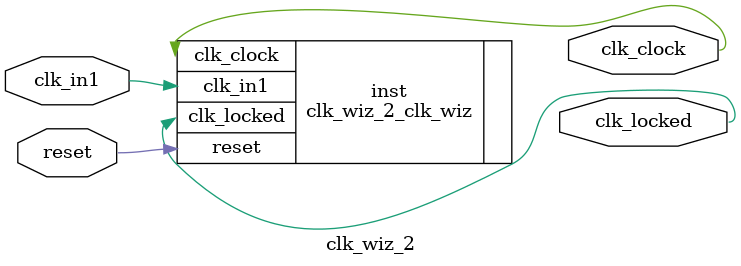
<source format=v>


`timescale 1ps/1ps

(* CORE_GENERATION_INFO = "clk_wiz_2,clk_wiz_v5_4_1_0,{component_name=clk_wiz_2,use_phase_alignment=true,use_min_o_jitter=false,use_max_i_jitter=false,use_dyn_phase_shift=false,use_inclk_switchover=false,use_dyn_reconfig=false,enable_axi=0,feedback_source=FDBK_AUTO,PRIMITIVE=MMCM,num_out_clk=1,clkin1_period=10.000,clkin2_period=10.000,use_power_down=false,use_reset=true,use_locked=true,use_inclk_stopped=false,feedback_type=SINGLE,CLOCK_MGR_TYPE=NA,manual_override=false}" *)

module clk_wiz_2 
 (
  // Clock out ports
  output        clk_clock,
  // Status and control signals
  input         reset,
  output        clk_locked,
 // Clock in ports
  input         clk_in1
 );

  clk_wiz_2_clk_wiz inst
  (
  // Clock out ports  
  .clk_clock(clk_clock),
  // Status and control signals               
  .reset(reset), 
  .clk_locked(clk_locked),
 // Clock in ports
  .clk_in1(clk_in1)
  );

endmodule

</source>
